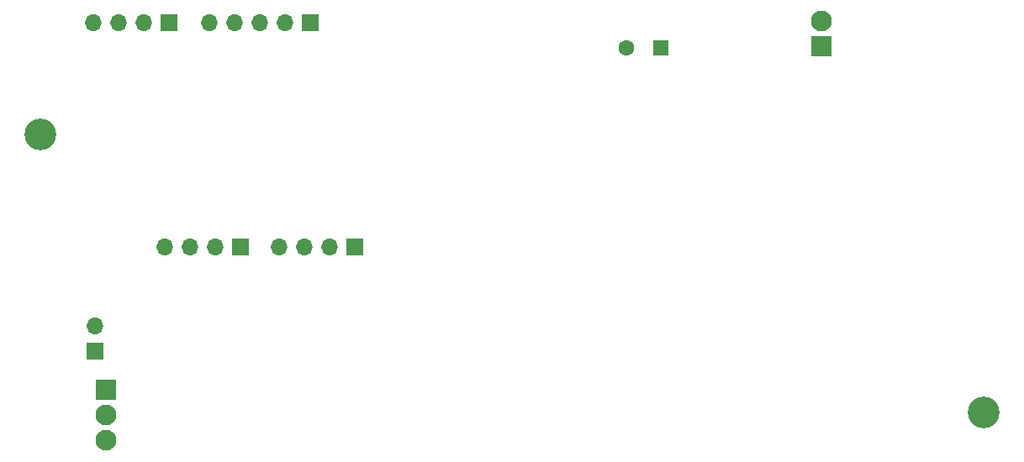
<source format=gbs>
G04 #@! TF.GenerationSoftware,KiCad,Pcbnew,(5.1.7)-1*
G04 #@! TF.CreationDate,2021-01-17T22:57:24+02:00*
G04 #@! TF.ProjectId,Smart104.ua_V3_rev2,536d6172-7431-4303-942e-75615f56335f,1.0*
G04 #@! TF.SameCoordinates,Original*
G04 #@! TF.FileFunction,Soldermask,Bot*
G04 #@! TF.FilePolarity,Negative*
%FSLAX46Y46*%
G04 Gerber Fmt 4.6, Leading zero omitted, Abs format (unit mm)*
G04 Created by KiCad (PCBNEW (5.1.7)-1) date 2021-01-17 22:57:24*
%MOMM*%
%LPD*%
G01*
G04 APERTURE LIST*
%ADD10C,3.200000*%
%ADD11C,2.100000*%
%ADD12R,2.100000X2.100000*%
%ADD13O,1.700000X1.700000*%
%ADD14R,1.700000X1.700000*%
%ADD15R,1.600000X1.600000*%
%ADD16C,1.600000*%
G04 APERTURE END LIST*
D10*
G04 #@! TO.C,H1*
X199500000Y-135000000D03*
G04 #@! TD*
D11*
G04 #@! TO.C,J5*
X183200000Y-95600000D03*
D12*
X183200000Y-98140000D03*
G04 #@! TD*
D11*
G04 #@! TO.C,J7*
X111100000Y-137850000D03*
X111100000Y-135310000D03*
D12*
X111100000Y-132770000D03*
G04 #@! TD*
D13*
G04 #@! TO.C,J2*
X109850000Y-95750000D03*
X112390000Y-95750000D03*
X114930000Y-95750000D03*
D14*
X117470000Y-95750000D03*
G04 #@! TD*
G04 #@! TO.C,J3*
X124680000Y-118350000D03*
D13*
X122140000Y-118350000D03*
X119600000Y-118350000D03*
X117060000Y-118350000D03*
G04 #@! TD*
G04 #@! TO.C,J4*
X121500000Y-95750000D03*
X124040000Y-95750000D03*
X126580000Y-95750000D03*
X129120000Y-95750000D03*
D14*
X131660000Y-95750000D03*
G04 #@! TD*
D13*
G04 #@! TO.C,J8*
X128520000Y-118350000D03*
X131060000Y-118350000D03*
X133600000Y-118350000D03*
D14*
X136140000Y-118350000D03*
G04 #@! TD*
D13*
G04 #@! TO.C,J9*
X110000000Y-126310000D03*
D14*
X110000000Y-128850000D03*
G04 #@! TD*
D10*
G04 #@! TO.C,H2*
X104500000Y-107000000D03*
G04 #@! TD*
D15*
G04 #@! TO.C,C45*
X167000000Y-98250000D03*
D16*
X163500000Y-98250000D03*
G04 #@! TD*
M02*

</source>
